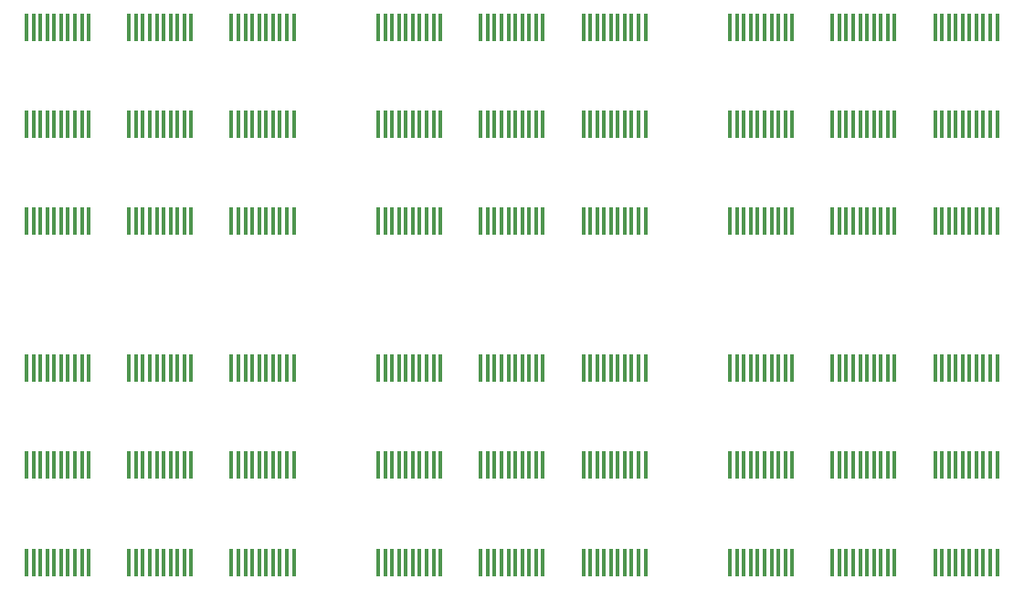
<source format=gbp>
G04 #@! TF.GenerationSoftware,KiCad,Pcbnew,7.0.11*
G04 #@! TF.CreationDate,2024-05-30T18:22:34+10:00*
G04 #@! TF.ProjectId,PercPlugPanel_v1.02,50657263-506c-4756-9750-616e656c5f76,rev?*
G04 #@! TF.SameCoordinates,Original*
G04 #@! TF.FileFunction,Paste,Bot*
G04 #@! TF.FilePolarity,Positive*
%FSLAX46Y46*%
G04 Gerber Fmt 4.6, Leading zero omitted, Abs format (unit mm)*
G04 Created by KiCad (PCBNEW 7.0.11) date 2024-05-30 18:22:34*
%MOMM*%
%LPD*%
G01*
G04 APERTURE LIST*
%ADD10R,0.406400X2.540000*%
G04 APERTURE END LIST*
D10*
X99220000Y-87600000D03*
X99860000Y-87600000D03*
X100500000Y-87600000D03*
X101140000Y-87600000D03*
X101780000Y-87600000D03*
X102420000Y-87600000D03*
X103060000Y-87600000D03*
X103700000Y-87600000D03*
X104340000Y-87600000D03*
X104980000Y-87600000D03*
X66620000Y-105600000D03*
X67260000Y-105600000D03*
X67900000Y-105600000D03*
X68540000Y-105600000D03*
X69180000Y-105600000D03*
X69820000Y-105600000D03*
X70460000Y-105600000D03*
X71100000Y-105600000D03*
X71740000Y-105600000D03*
X72380000Y-105600000D03*
X141320000Y-74000000D03*
X141960000Y-74000000D03*
X142600000Y-74000000D03*
X143240000Y-74000000D03*
X143880000Y-74000000D03*
X144520000Y-74000000D03*
X145160000Y-74000000D03*
X145800000Y-74000000D03*
X146440000Y-74000000D03*
X147080000Y-74000000D03*
X76120000Y-65000000D03*
X76760000Y-65000000D03*
X77400000Y-65000000D03*
X78040000Y-65000000D03*
X78680000Y-65000000D03*
X79320000Y-65000000D03*
X79960000Y-65000000D03*
X80600000Y-65000000D03*
X81240000Y-65000000D03*
X81880000Y-65000000D03*
X141320000Y-96600000D03*
X141960000Y-96600000D03*
X142600000Y-96600000D03*
X143240000Y-96600000D03*
X143880000Y-96600000D03*
X144520000Y-96600000D03*
X145160000Y-96600000D03*
X145800000Y-96600000D03*
X146440000Y-96600000D03*
X147080000Y-96600000D03*
X89720001Y-65000000D03*
X90360001Y-65000000D03*
X91000001Y-65000000D03*
X91640001Y-65000000D03*
X92280001Y-65000000D03*
X92920001Y-65000000D03*
X93560001Y-65000000D03*
X94200001Y-65000000D03*
X94840001Y-65000000D03*
X95480001Y-65000000D03*
X108720000Y-96600000D03*
X109360000Y-96600000D03*
X110000000Y-96600000D03*
X110640000Y-96600000D03*
X111280000Y-96600000D03*
X111920000Y-96600000D03*
X112560000Y-96600000D03*
X113200000Y-96600000D03*
X113840000Y-96600000D03*
X114480000Y-96600000D03*
X122320001Y-65000000D03*
X122960001Y-65000000D03*
X123600001Y-65000000D03*
X124240001Y-65000000D03*
X124880001Y-65000000D03*
X125520001Y-65000000D03*
X126160001Y-65000000D03*
X126800001Y-65000000D03*
X127440001Y-65000000D03*
X128080001Y-65000000D03*
X76120000Y-74000000D03*
X76760000Y-74000000D03*
X77400000Y-74000000D03*
X78040000Y-74000000D03*
X78680000Y-74000000D03*
X79320000Y-74000000D03*
X79960000Y-74000000D03*
X80600000Y-74000000D03*
X81240000Y-74000000D03*
X81880000Y-74000000D03*
X131820000Y-96600000D03*
X132460000Y-96600000D03*
X133100000Y-96600000D03*
X133740000Y-96600000D03*
X134380000Y-96600000D03*
X135020000Y-96600000D03*
X135660000Y-96600000D03*
X136300000Y-96600000D03*
X136940000Y-96600000D03*
X137580000Y-96600000D03*
X89720001Y-74000000D03*
X90360001Y-74000000D03*
X91000001Y-74000000D03*
X91640001Y-74000000D03*
X92280001Y-74000000D03*
X92920001Y-74000000D03*
X93560001Y-74000000D03*
X94200001Y-74000000D03*
X94840001Y-74000000D03*
X95480001Y-74000000D03*
X76120000Y-56000000D03*
X76760000Y-56000000D03*
X77400000Y-56000000D03*
X78040000Y-56000000D03*
X78680000Y-56000000D03*
X79320000Y-56000000D03*
X79960000Y-56000000D03*
X80600000Y-56000000D03*
X81240000Y-56000000D03*
X81880000Y-56000000D03*
X122320001Y-96600000D03*
X122960001Y-96600000D03*
X123600001Y-96600000D03*
X124240001Y-96600000D03*
X124880001Y-96600000D03*
X125520001Y-96600000D03*
X126160001Y-96600000D03*
X126800001Y-96600000D03*
X127440001Y-96600000D03*
X128080001Y-96600000D03*
X131820000Y-74000000D03*
X132460000Y-74000000D03*
X133100000Y-74000000D03*
X133740000Y-74000000D03*
X134380000Y-74000000D03*
X135020000Y-74000000D03*
X135660000Y-74000000D03*
X136300000Y-74000000D03*
X136940000Y-74000000D03*
X137580000Y-74000000D03*
X108720000Y-105600000D03*
X109360000Y-105600000D03*
X110000000Y-105600000D03*
X110640000Y-105600000D03*
X111280000Y-105600000D03*
X111920000Y-105600000D03*
X112560000Y-105600000D03*
X113200000Y-105600000D03*
X113840000Y-105600000D03*
X114480000Y-105600000D03*
X122320001Y-87600000D03*
X122960001Y-87600000D03*
X123600001Y-87600000D03*
X124240001Y-87600000D03*
X124880001Y-87600000D03*
X125520001Y-87600000D03*
X126160001Y-87600000D03*
X126800001Y-87600000D03*
X127440001Y-87600000D03*
X128080001Y-87600000D03*
X131820000Y-87600000D03*
X132460000Y-87600000D03*
X133100000Y-87600000D03*
X133740000Y-87600000D03*
X134380000Y-87600000D03*
X135020000Y-87600000D03*
X135660000Y-87600000D03*
X136300000Y-87600000D03*
X136940000Y-87600000D03*
X137580000Y-87600000D03*
X66620000Y-96600000D03*
X67260000Y-96600000D03*
X67900000Y-96600000D03*
X68540000Y-96600000D03*
X69180000Y-96600000D03*
X69820000Y-96600000D03*
X70460000Y-96600000D03*
X71100000Y-96600000D03*
X71740000Y-96600000D03*
X72380000Y-96600000D03*
X89720001Y-105600000D03*
X90360001Y-105600000D03*
X91000001Y-105600000D03*
X91640001Y-105600000D03*
X92280001Y-105600000D03*
X92920001Y-105600000D03*
X93560001Y-105600000D03*
X94200001Y-105600000D03*
X94840001Y-105600000D03*
X95480001Y-105600000D03*
X122320001Y-56000000D03*
X122960001Y-56000000D03*
X123600001Y-56000000D03*
X124240001Y-56000000D03*
X124880001Y-56000000D03*
X125520001Y-56000000D03*
X126160001Y-56000000D03*
X126800001Y-56000000D03*
X127440001Y-56000000D03*
X128080001Y-56000000D03*
X76120000Y-87600000D03*
X76760000Y-87600000D03*
X77400000Y-87600000D03*
X78040000Y-87600000D03*
X78680000Y-87600000D03*
X79320000Y-87600000D03*
X79960000Y-87600000D03*
X80600000Y-87600000D03*
X81240000Y-87600000D03*
X81880000Y-87600000D03*
X141320000Y-56000000D03*
X141960000Y-56000000D03*
X142600000Y-56000000D03*
X143240000Y-56000000D03*
X143880000Y-56000000D03*
X144520000Y-56000000D03*
X145160000Y-56000000D03*
X145800000Y-56000000D03*
X146440000Y-56000000D03*
X147080000Y-56000000D03*
X108720000Y-74000000D03*
X109360000Y-74000000D03*
X110000000Y-74000000D03*
X110640000Y-74000000D03*
X111280000Y-74000000D03*
X111920000Y-74000000D03*
X112560000Y-74000000D03*
X113200000Y-74000000D03*
X113840000Y-74000000D03*
X114480000Y-74000000D03*
X99220000Y-96600000D03*
X99860000Y-96600000D03*
X100500000Y-96600000D03*
X101140000Y-96600000D03*
X101780000Y-96600000D03*
X102420000Y-96600000D03*
X103060000Y-96600000D03*
X103700000Y-96600000D03*
X104340000Y-96600000D03*
X104980000Y-96600000D03*
X76120000Y-96600000D03*
X76760000Y-96600000D03*
X77400000Y-96600000D03*
X78040000Y-96600000D03*
X78680000Y-96600000D03*
X79320000Y-96600000D03*
X79960000Y-96600000D03*
X80600000Y-96600000D03*
X81240000Y-96600000D03*
X81880000Y-96600000D03*
X108720000Y-87600000D03*
X109360000Y-87600000D03*
X110000000Y-87600000D03*
X110640000Y-87600000D03*
X111280000Y-87600000D03*
X111920000Y-87600000D03*
X112560000Y-87600000D03*
X113200000Y-87600000D03*
X113840000Y-87600000D03*
X114480000Y-87600000D03*
X66620000Y-87600000D03*
X67260000Y-87600000D03*
X67900000Y-87600000D03*
X68540000Y-87600000D03*
X69180000Y-87600000D03*
X69820000Y-87600000D03*
X70460000Y-87600000D03*
X71100000Y-87600000D03*
X71740000Y-87600000D03*
X72380000Y-87600000D03*
X141320000Y-105600000D03*
X141960000Y-105600000D03*
X142600000Y-105600000D03*
X143240000Y-105600000D03*
X143880000Y-105600000D03*
X144520000Y-105600000D03*
X145160000Y-105600000D03*
X145800000Y-105600000D03*
X146440000Y-105600000D03*
X147080000Y-105600000D03*
X141320000Y-65000000D03*
X141960000Y-65000000D03*
X142600000Y-65000000D03*
X143240000Y-65000000D03*
X143880000Y-65000000D03*
X144520000Y-65000000D03*
X145160000Y-65000000D03*
X145800000Y-65000000D03*
X146440000Y-65000000D03*
X147080000Y-65000000D03*
X89720001Y-87600000D03*
X90360001Y-87600000D03*
X91000001Y-87600000D03*
X91640001Y-87600000D03*
X92280001Y-87600000D03*
X92920001Y-87600000D03*
X93560001Y-87600000D03*
X94200001Y-87600000D03*
X94840001Y-87600000D03*
X95480001Y-87600000D03*
X57120001Y-65000000D03*
X57760001Y-65000000D03*
X58400001Y-65000000D03*
X59040001Y-65000000D03*
X59680001Y-65000000D03*
X60320001Y-65000000D03*
X60960001Y-65000000D03*
X61600001Y-65000000D03*
X62240001Y-65000000D03*
X62880001Y-65000000D03*
X89720001Y-96600000D03*
X90360001Y-96600000D03*
X91000001Y-96600000D03*
X91640001Y-96600000D03*
X92280001Y-96600000D03*
X92920001Y-96600000D03*
X93560001Y-96600000D03*
X94200001Y-96600000D03*
X94840001Y-96600000D03*
X95480001Y-96600000D03*
X131820000Y-65000000D03*
X132460000Y-65000000D03*
X133100000Y-65000000D03*
X133740000Y-65000000D03*
X134380000Y-65000000D03*
X135020000Y-65000000D03*
X135660000Y-65000000D03*
X136300000Y-65000000D03*
X136940000Y-65000000D03*
X137580000Y-65000000D03*
X57120001Y-56000000D03*
X57760001Y-56000000D03*
X58400001Y-56000000D03*
X59040001Y-56000000D03*
X59680001Y-56000000D03*
X60320001Y-56000000D03*
X60960001Y-56000000D03*
X61600001Y-56000000D03*
X62240001Y-56000000D03*
X62880001Y-56000000D03*
X57120001Y-87600000D03*
X57760001Y-87600000D03*
X58400001Y-87600000D03*
X59040001Y-87600000D03*
X59680001Y-87600000D03*
X60320001Y-87600000D03*
X60960001Y-87600000D03*
X61600001Y-87600000D03*
X62240001Y-87600000D03*
X62880001Y-87600000D03*
X99220000Y-65000000D03*
X99860000Y-65000000D03*
X100500000Y-65000000D03*
X101140000Y-65000000D03*
X101780000Y-65000000D03*
X102420000Y-65000000D03*
X103060000Y-65000000D03*
X103700000Y-65000000D03*
X104340000Y-65000000D03*
X104980000Y-65000000D03*
X131820000Y-56000000D03*
X132460000Y-56000000D03*
X133100000Y-56000000D03*
X133740000Y-56000000D03*
X134380000Y-56000000D03*
X135020000Y-56000000D03*
X135660000Y-56000000D03*
X136300000Y-56000000D03*
X136940000Y-56000000D03*
X137580000Y-56000000D03*
X99220000Y-56000000D03*
X99860000Y-56000000D03*
X100500000Y-56000000D03*
X101140000Y-56000000D03*
X101780000Y-56000000D03*
X102420000Y-56000000D03*
X103060000Y-56000000D03*
X103700000Y-56000000D03*
X104340000Y-56000000D03*
X104980000Y-56000000D03*
X76120000Y-105600000D03*
X76760000Y-105600000D03*
X77400000Y-105600000D03*
X78040000Y-105600000D03*
X78680000Y-105600000D03*
X79320000Y-105600000D03*
X79960000Y-105600000D03*
X80600000Y-105600000D03*
X81240000Y-105600000D03*
X81880000Y-105600000D03*
X108720000Y-56000000D03*
X109360000Y-56000000D03*
X110000000Y-56000000D03*
X110640000Y-56000000D03*
X111280000Y-56000000D03*
X111920000Y-56000000D03*
X112560000Y-56000000D03*
X113200000Y-56000000D03*
X113840000Y-56000000D03*
X114480000Y-56000000D03*
X122320001Y-74000000D03*
X122960001Y-74000000D03*
X123600001Y-74000000D03*
X124240001Y-74000000D03*
X124880001Y-74000000D03*
X125520001Y-74000000D03*
X126160001Y-74000000D03*
X126800001Y-74000000D03*
X127440001Y-74000000D03*
X128080001Y-74000000D03*
X122320001Y-105600000D03*
X122960001Y-105600000D03*
X123600001Y-105600000D03*
X124240001Y-105600000D03*
X124880001Y-105600000D03*
X125520001Y-105600000D03*
X126160001Y-105600000D03*
X126800001Y-105600000D03*
X127440001Y-105600000D03*
X128080001Y-105600000D03*
X66620000Y-65000000D03*
X67260000Y-65000000D03*
X67900000Y-65000000D03*
X68540000Y-65000000D03*
X69180000Y-65000000D03*
X69820000Y-65000000D03*
X70460000Y-65000000D03*
X71100000Y-65000000D03*
X71740000Y-65000000D03*
X72380000Y-65000000D03*
X57120001Y-74000000D03*
X57760001Y-74000000D03*
X58400001Y-74000000D03*
X59040001Y-74000000D03*
X59680001Y-74000000D03*
X60320001Y-74000000D03*
X60960001Y-74000000D03*
X61600001Y-74000000D03*
X62240001Y-74000000D03*
X62880001Y-74000000D03*
X141320000Y-87600000D03*
X141960000Y-87600000D03*
X142600000Y-87600000D03*
X143240000Y-87600000D03*
X143880000Y-87600000D03*
X144520000Y-87600000D03*
X145160000Y-87600000D03*
X145800000Y-87600000D03*
X146440000Y-87600000D03*
X147080000Y-87600000D03*
X89720001Y-56000000D03*
X90360001Y-56000000D03*
X91000001Y-56000000D03*
X91640001Y-56000000D03*
X92280001Y-56000000D03*
X92920001Y-56000000D03*
X93560001Y-56000000D03*
X94200001Y-56000000D03*
X94840001Y-56000000D03*
X95480001Y-56000000D03*
X57120001Y-105600000D03*
X57760001Y-105600000D03*
X58400001Y-105600000D03*
X59040001Y-105600000D03*
X59680001Y-105600000D03*
X60320001Y-105600000D03*
X60960001Y-105600000D03*
X61600001Y-105600000D03*
X62240001Y-105600000D03*
X62880001Y-105600000D03*
X66620000Y-56000000D03*
X67260000Y-56000000D03*
X67900000Y-56000000D03*
X68540000Y-56000000D03*
X69180000Y-56000000D03*
X69820000Y-56000000D03*
X70460000Y-56000000D03*
X71100000Y-56000000D03*
X71740000Y-56000000D03*
X72380000Y-56000000D03*
X131820000Y-105600000D03*
X132460000Y-105600000D03*
X133100000Y-105600000D03*
X133740000Y-105600000D03*
X134380000Y-105600000D03*
X135020000Y-105600000D03*
X135660000Y-105600000D03*
X136300000Y-105600000D03*
X136940000Y-105600000D03*
X137580000Y-105600000D03*
X99220000Y-105600000D03*
X99860000Y-105600000D03*
X100500000Y-105600000D03*
X101140000Y-105600000D03*
X101780000Y-105600000D03*
X102420000Y-105600000D03*
X103060000Y-105600000D03*
X103700000Y-105600000D03*
X104340000Y-105600000D03*
X104980000Y-105600000D03*
X57120001Y-96600000D03*
X57760001Y-96600000D03*
X58400001Y-96600000D03*
X59040001Y-96600000D03*
X59680001Y-96600000D03*
X60320001Y-96600000D03*
X60960001Y-96600000D03*
X61600001Y-96600000D03*
X62240001Y-96600000D03*
X62880001Y-96600000D03*
X99220000Y-74000000D03*
X99860000Y-74000000D03*
X100500000Y-74000000D03*
X101140000Y-74000000D03*
X101780000Y-74000000D03*
X102420000Y-74000000D03*
X103060000Y-74000000D03*
X103700000Y-74000000D03*
X104340000Y-74000000D03*
X104980000Y-74000000D03*
X66620000Y-74000000D03*
X67260000Y-74000000D03*
X67900000Y-74000000D03*
X68540000Y-74000000D03*
X69180000Y-74000000D03*
X69820000Y-74000000D03*
X70460000Y-74000000D03*
X71100000Y-74000000D03*
X71740000Y-74000000D03*
X72380000Y-74000000D03*
X108720000Y-65000000D03*
X109360000Y-65000000D03*
X110000000Y-65000000D03*
X110640000Y-65000000D03*
X111280000Y-65000000D03*
X111920000Y-65000000D03*
X112560000Y-65000000D03*
X113200000Y-65000000D03*
X113840000Y-65000000D03*
X114480000Y-65000000D03*
M02*

</source>
